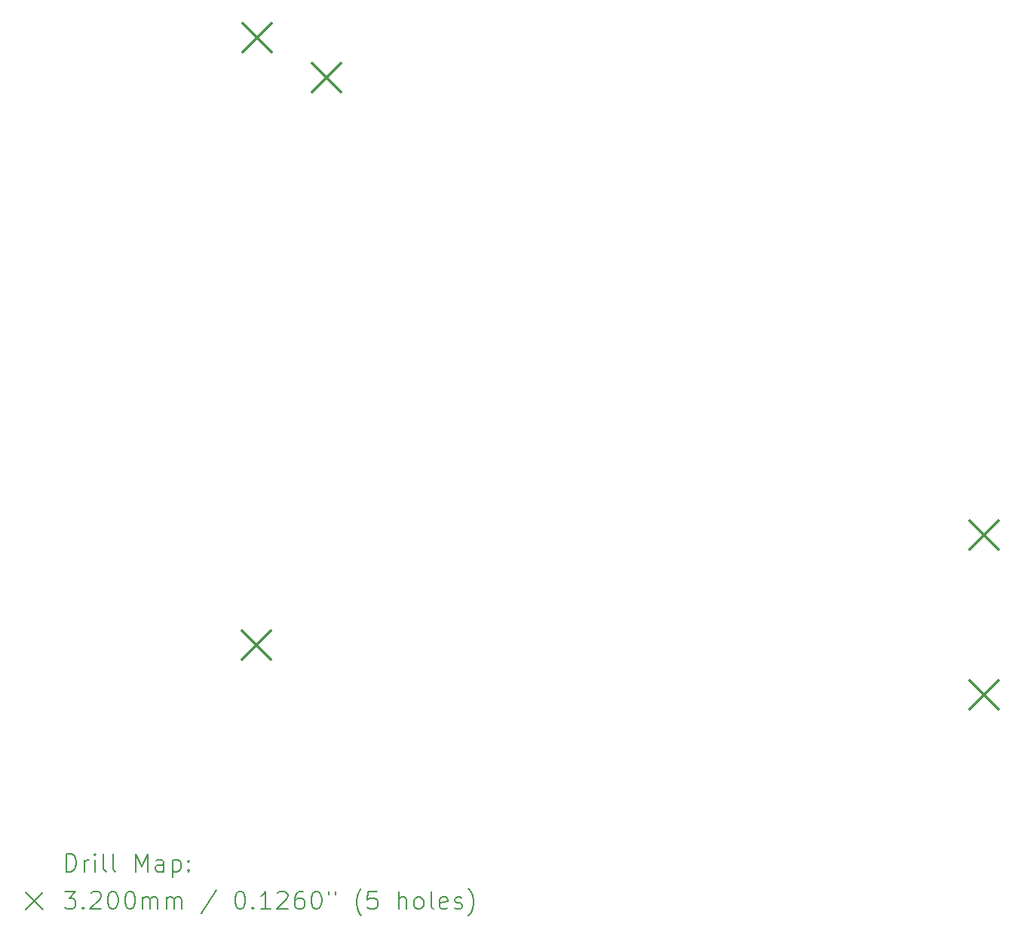
<source format=gbr>
%TF.GenerationSoftware,KiCad,Pcbnew,7.0.9*%
%TF.CreationDate,2024-01-28T09:25:04+00:00*%
%TF.ProjectId,main_PCB_v1,6d61696e-5f50-4434-925f-76312e6b6963,rev?*%
%TF.SameCoordinates,Original*%
%TF.FileFunction,Drillmap*%
%TF.FilePolarity,Positive*%
%FSLAX45Y45*%
G04 Gerber Fmt 4.5, Leading zero omitted, Abs format (unit mm)*
G04 Created by KiCad (PCBNEW 7.0.9) date 2024-01-28 09:25:04*
%MOMM*%
%LPD*%
G01*
G04 APERTURE LIST*
%ADD10C,0.200000*%
%ADD11C,0.320000*%
G04 APERTURE END LIST*
D10*
D11*
X11764965Y-12402955D02*
X12084965Y-12722955D01*
X12084965Y-12402955D02*
X11764965Y-12722955D01*
X11774665Y-5575755D02*
X12094665Y-5895755D01*
X12094665Y-5575755D02*
X11774665Y-5895755D01*
X12554065Y-6025755D02*
X12874065Y-6345755D01*
X12874065Y-6025755D02*
X12554065Y-6345755D01*
X19939165Y-11162055D02*
X20259165Y-11482055D01*
X20259165Y-11162055D02*
X19939165Y-11482055D01*
X19939165Y-12962055D02*
X20259165Y-13282055D01*
X20259165Y-12962055D02*
X19939165Y-13282055D01*
D10*
X9792409Y-15105566D02*
X9792409Y-14905566D01*
X9792409Y-14905566D02*
X9840028Y-14905566D01*
X9840028Y-14905566D02*
X9868599Y-14915090D01*
X9868599Y-14915090D02*
X9887647Y-14934138D01*
X9887647Y-14934138D02*
X9897171Y-14953185D01*
X9897171Y-14953185D02*
X9906694Y-14991281D01*
X9906694Y-14991281D02*
X9906694Y-15019852D01*
X9906694Y-15019852D02*
X9897171Y-15057947D01*
X9897171Y-15057947D02*
X9887647Y-15076995D01*
X9887647Y-15076995D02*
X9868599Y-15096043D01*
X9868599Y-15096043D02*
X9840028Y-15105566D01*
X9840028Y-15105566D02*
X9792409Y-15105566D01*
X9992409Y-15105566D02*
X9992409Y-14972233D01*
X9992409Y-15010328D02*
X10001933Y-14991281D01*
X10001933Y-14991281D02*
X10011456Y-14981757D01*
X10011456Y-14981757D02*
X10030504Y-14972233D01*
X10030504Y-14972233D02*
X10049552Y-14972233D01*
X10116218Y-15105566D02*
X10116218Y-14972233D01*
X10116218Y-14905566D02*
X10106694Y-14915090D01*
X10106694Y-14915090D02*
X10116218Y-14924614D01*
X10116218Y-14924614D02*
X10125742Y-14915090D01*
X10125742Y-14915090D02*
X10116218Y-14905566D01*
X10116218Y-14905566D02*
X10116218Y-14924614D01*
X10240028Y-15105566D02*
X10220980Y-15096043D01*
X10220980Y-15096043D02*
X10211456Y-15076995D01*
X10211456Y-15076995D02*
X10211456Y-14905566D01*
X10344790Y-15105566D02*
X10325742Y-15096043D01*
X10325742Y-15096043D02*
X10316218Y-15076995D01*
X10316218Y-15076995D02*
X10316218Y-14905566D01*
X10573361Y-15105566D02*
X10573361Y-14905566D01*
X10573361Y-14905566D02*
X10640028Y-15048423D01*
X10640028Y-15048423D02*
X10706694Y-14905566D01*
X10706694Y-14905566D02*
X10706694Y-15105566D01*
X10887647Y-15105566D02*
X10887647Y-15000804D01*
X10887647Y-15000804D02*
X10878123Y-14981757D01*
X10878123Y-14981757D02*
X10859075Y-14972233D01*
X10859075Y-14972233D02*
X10820980Y-14972233D01*
X10820980Y-14972233D02*
X10801933Y-14981757D01*
X10887647Y-15096043D02*
X10868599Y-15105566D01*
X10868599Y-15105566D02*
X10820980Y-15105566D01*
X10820980Y-15105566D02*
X10801933Y-15096043D01*
X10801933Y-15096043D02*
X10792409Y-15076995D01*
X10792409Y-15076995D02*
X10792409Y-15057947D01*
X10792409Y-15057947D02*
X10801933Y-15038900D01*
X10801933Y-15038900D02*
X10820980Y-15029376D01*
X10820980Y-15029376D02*
X10868599Y-15029376D01*
X10868599Y-15029376D02*
X10887647Y-15019852D01*
X10982885Y-14972233D02*
X10982885Y-15172233D01*
X10982885Y-14981757D02*
X11001933Y-14972233D01*
X11001933Y-14972233D02*
X11040028Y-14972233D01*
X11040028Y-14972233D02*
X11059075Y-14981757D01*
X11059075Y-14981757D02*
X11068599Y-14991281D01*
X11068599Y-14991281D02*
X11078123Y-15010328D01*
X11078123Y-15010328D02*
X11078123Y-15067471D01*
X11078123Y-15067471D02*
X11068599Y-15086519D01*
X11068599Y-15086519D02*
X11059075Y-15096043D01*
X11059075Y-15096043D02*
X11040028Y-15105566D01*
X11040028Y-15105566D02*
X11001933Y-15105566D01*
X11001933Y-15105566D02*
X10982885Y-15096043D01*
X11163837Y-15086519D02*
X11173361Y-15096043D01*
X11173361Y-15096043D02*
X11163837Y-15105566D01*
X11163837Y-15105566D02*
X11154314Y-15096043D01*
X11154314Y-15096043D02*
X11163837Y-15086519D01*
X11163837Y-15086519D02*
X11163837Y-15105566D01*
X11163837Y-14981757D02*
X11173361Y-14991281D01*
X11173361Y-14991281D02*
X11163837Y-15000804D01*
X11163837Y-15000804D02*
X11154314Y-14991281D01*
X11154314Y-14991281D02*
X11163837Y-14981757D01*
X11163837Y-14981757D02*
X11163837Y-15000804D01*
X9331632Y-15334083D02*
X9531632Y-15534083D01*
X9531632Y-15334083D02*
X9331632Y-15534083D01*
X9773361Y-15325566D02*
X9897171Y-15325566D01*
X9897171Y-15325566D02*
X9830504Y-15401757D01*
X9830504Y-15401757D02*
X9859075Y-15401757D01*
X9859075Y-15401757D02*
X9878123Y-15411281D01*
X9878123Y-15411281D02*
X9887647Y-15420804D01*
X9887647Y-15420804D02*
X9897171Y-15439852D01*
X9897171Y-15439852D02*
X9897171Y-15487471D01*
X9897171Y-15487471D02*
X9887647Y-15506519D01*
X9887647Y-15506519D02*
X9878123Y-15516043D01*
X9878123Y-15516043D02*
X9859075Y-15525566D01*
X9859075Y-15525566D02*
X9801933Y-15525566D01*
X9801933Y-15525566D02*
X9782885Y-15516043D01*
X9782885Y-15516043D02*
X9773361Y-15506519D01*
X9982885Y-15506519D02*
X9992409Y-15516043D01*
X9992409Y-15516043D02*
X9982885Y-15525566D01*
X9982885Y-15525566D02*
X9973361Y-15516043D01*
X9973361Y-15516043D02*
X9982885Y-15506519D01*
X9982885Y-15506519D02*
X9982885Y-15525566D01*
X10068599Y-15344614D02*
X10078123Y-15335090D01*
X10078123Y-15335090D02*
X10097171Y-15325566D01*
X10097171Y-15325566D02*
X10144790Y-15325566D01*
X10144790Y-15325566D02*
X10163837Y-15335090D01*
X10163837Y-15335090D02*
X10173361Y-15344614D01*
X10173361Y-15344614D02*
X10182885Y-15363662D01*
X10182885Y-15363662D02*
X10182885Y-15382709D01*
X10182885Y-15382709D02*
X10173361Y-15411281D01*
X10173361Y-15411281D02*
X10059075Y-15525566D01*
X10059075Y-15525566D02*
X10182885Y-15525566D01*
X10306694Y-15325566D02*
X10325742Y-15325566D01*
X10325742Y-15325566D02*
X10344790Y-15335090D01*
X10344790Y-15335090D02*
X10354314Y-15344614D01*
X10354314Y-15344614D02*
X10363837Y-15363662D01*
X10363837Y-15363662D02*
X10373361Y-15401757D01*
X10373361Y-15401757D02*
X10373361Y-15449376D01*
X10373361Y-15449376D02*
X10363837Y-15487471D01*
X10363837Y-15487471D02*
X10354314Y-15506519D01*
X10354314Y-15506519D02*
X10344790Y-15516043D01*
X10344790Y-15516043D02*
X10325742Y-15525566D01*
X10325742Y-15525566D02*
X10306694Y-15525566D01*
X10306694Y-15525566D02*
X10287647Y-15516043D01*
X10287647Y-15516043D02*
X10278123Y-15506519D01*
X10278123Y-15506519D02*
X10268599Y-15487471D01*
X10268599Y-15487471D02*
X10259075Y-15449376D01*
X10259075Y-15449376D02*
X10259075Y-15401757D01*
X10259075Y-15401757D02*
X10268599Y-15363662D01*
X10268599Y-15363662D02*
X10278123Y-15344614D01*
X10278123Y-15344614D02*
X10287647Y-15335090D01*
X10287647Y-15335090D02*
X10306694Y-15325566D01*
X10497171Y-15325566D02*
X10516218Y-15325566D01*
X10516218Y-15325566D02*
X10535266Y-15335090D01*
X10535266Y-15335090D02*
X10544790Y-15344614D01*
X10544790Y-15344614D02*
X10554314Y-15363662D01*
X10554314Y-15363662D02*
X10563837Y-15401757D01*
X10563837Y-15401757D02*
X10563837Y-15449376D01*
X10563837Y-15449376D02*
X10554314Y-15487471D01*
X10554314Y-15487471D02*
X10544790Y-15506519D01*
X10544790Y-15506519D02*
X10535266Y-15516043D01*
X10535266Y-15516043D02*
X10516218Y-15525566D01*
X10516218Y-15525566D02*
X10497171Y-15525566D01*
X10497171Y-15525566D02*
X10478123Y-15516043D01*
X10478123Y-15516043D02*
X10468599Y-15506519D01*
X10468599Y-15506519D02*
X10459075Y-15487471D01*
X10459075Y-15487471D02*
X10449552Y-15449376D01*
X10449552Y-15449376D02*
X10449552Y-15401757D01*
X10449552Y-15401757D02*
X10459075Y-15363662D01*
X10459075Y-15363662D02*
X10468599Y-15344614D01*
X10468599Y-15344614D02*
X10478123Y-15335090D01*
X10478123Y-15335090D02*
X10497171Y-15325566D01*
X10649552Y-15525566D02*
X10649552Y-15392233D01*
X10649552Y-15411281D02*
X10659075Y-15401757D01*
X10659075Y-15401757D02*
X10678123Y-15392233D01*
X10678123Y-15392233D02*
X10706695Y-15392233D01*
X10706695Y-15392233D02*
X10725742Y-15401757D01*
X10725742Y-15401757D02*
X10735266Y-15420804D01*
X10735266Y-15420804D02*
X10735266Y-15525566D01*
X10735266Y-15420804D02*
X10744790Y-15401757D01*
X10744790Y-15401757D02*
X10763837Y-15392233D01*
X10763837Y-15392233D02*
X10792409Y-15392233D01*
X10792409Y-15392233D02*
X10811456Y-15401757D01*
X10811456Y-15401757D02*
X10820980Y-15420804D01*
X10820980Y-15420804D02*
X10820980Y-15525566D01*
X10916218Y-15525566D02*
X10916218Y-15392233D01*
X10916218Y-15411281D02*
X10925742Y-15401757D01*
X10925742Y-15401757D02*
X10944790Y-15392233D01*
X10944790Y-15392233D02*
X10973361Y-15392233D01*
X10973361Y-15392233D02*
X10992409Y-15401757D01*
X10992409Y-15401757D02*
X11001933Y-15420804D01*
X11001933Y-15420804D02*
X11001933Y-15525566D01*
X11001933Y-15420804D02*
X11011456Y-15401757D01*
X11011456Y-15401757D02*
X11030504Y-15392233D01*
X11030504Y-15392233D02*
X11059075Y-15392233D01*
X11059075Y-15392233D02*
X11078123Y-15401757D01*
X11078123Y-15401757D02*
X11087647Y-15420804D01*
X11087647Y-15420804D02*
X11087647Y-15525566D01*
X11478123Y-15316043D02*
X11306695Y-15573185D01*
X11735266Y-15325566D02*
X11754314Y-15325566D01*
X11754314Y-15325566D02*
X11773361Y-15335090D01*
X11773361Y-15335090D02*
X11782885Y-15344614D01*
X11782885Y-15344614D02*
X11792409Y-15363662D01*
X11792409Y-15363662D02*
X11801933Y-15401757D01*
X11801933Y-15401757D02*
X11801933Y-15449376D01*
X11801933Y-15449376D02*
X11792409Y-15487471D01*
X11792409Y-15487471D02*
X11782885Y-15506519D01*
X11782885Y-15506519D02*
X11773361Y-15516043D01*
X11773361Y-15516043D02*
X11754314Y-15525566D01*
X11754314Y-15525566D02*
X11735266Y-15525566D01*
X11735266Y-15525566D02*
X11716218Y-15516043D01*
X11716218Y-15516043D02*
X11706695Y-15506519D01*
X11706695Y-15506519D02*
X11697171Y-15487471D01*
X11697171Y-15487471D02*
X11687647Y-15449376D01*
X11687647Y-15449376D02*
X11687647Y-15401757D01*
X11687647Y-15401757D02*
X11697171Y-15363662D01*
X11697171Y-15363662D02*
X11706695Y-15344614D01*
X11706695Y-15344614D02*
X11716218Y-15335090D01*
X11716218Y-15335090D02*
X11735266Y-15325566D01*
X11887647Y-15506519D02*
X11897171Y-15516043D01*
X11897171Y-15516043D02*
X11887647Y-15525566D01*
X11887647Y-15525566D02*
X11878123Y-15516043D01*
X11878123Y-15516043D02*
X11887647Y-15506519D01*
X11887647Y-15506519D02*
X11887647Y-15525566D01*
X12087647Y-15525566D02*
X11973361Y-15525566D01*
X12030504Y-15525566D02*
X12030504Y-15325566D01*
X12030504Y-15325566D02*
X12011456Y-15354138D01*
X12011456Y-15354138D02*
X11992409Y-15373185D01*
X11992409Y-15373185D02*
X11973361Y-15382709D01*
X12163837Y-15344614D02*
X12173361Y-15335090D01*
X12173361Y-15335090D02*
X12192409Y-15325566D01*
X12192409Y-15325566D02*
X12240028Y-15325566D01*
X12240028Y-15325566D02*
X12259076Y-15335090D01*
X12259076Y-15335090D02*
X12268599Y-15344614D01*
X12268599Y-15344614D02*
X12278123Y-15363662D01*
X12278123Y-15363662D02*
X12278123Y-15382709D01*
X12278123Y-15382709D02*
X12268599Y-15411281D01*
X12268599Y-15411281D02*
X12154314Y-15525566D01*
X12154314Y-15525566D02*
X12278123Y-15525566D01*
X12449552Y-15325566D02*
X12411456Y-15325566D01*
X12411456Y-15325566D02*
X12392409Y-15335090D01*
X12392409Y-15335090D02*
X12382885Y-15344614D01*
X12382885Y-15344614D02*
X12363837Y-15373185D01*
X12363837Y-15373185D02*
X12354314Y-15411281D01*
X12354314Y-15411281D02*
X12354314Y-15487471D01*
X12354314Y-15487471D02*
X12363837Y-15506519D01*
X12363837Y-15506519D02*
X12373361Y-15516043D01*
X12373361Y-15516043D02*
X12392409Y-15525566D01*
X12392409Y-15525566D02*
X12430504Y-15525566D01*
X12430504Y-15525566D02*
X12449552Y-15516043D01*
X12449552Y-15516043D02*
X12459076Y-15506519D01*
X12459076Y-15506519D02*
X12468599Y-15487471D01*
X12468599Y-15487471D02*
X12468599Y-15439852D01*
X12468599Y-15439852D02*
X12459076Y-15420804D01*
X12459076Y-15420804D02*
X12449552Y-15411281D01*
X12449552Y-15411281D02*
X12430504Y-15401757D01*
X12430504Y-15401757D02*
X12392409Y-15401757D01*
X12392409Y-15401757D02*
X12373361Y-15411281D01*
X12373361Y-15411281D02*
X12363837Y-15420804D01*
X12363837Y-15420804D02*
X12354314Y-15439852D01*
X12592409Y-15325566D02*
X12611457Y-15325566D01*
X12611457Y-15325566D02*
X12630504Y-15335090D01*
X12630504Y-15335090D02*
X12640028Y-15344614D01*
X12640028Y-15344614D02*
X12649552Y-15363662D01*
X12649552Y-15363662D02*
X12659076Y-15401757D01*
X12659076Y-15401757D02*
X12659076Y-15449376D01*
X12659076Y-15449376D02*
X12649552Y-15487471D01*
X12649552Y-15487471D02*
X12640028Y-15506519D01*
X12640028Y-15506519D02*
X12630504Y-15516043D01*
X12630504Y-15516043D02*
X12611457Y-15525566D01*
X12611457Y-15525566D02*
X12592409Y-15525566D01*
X12592409Y-15525566D02*
X12573361Y-15516043D01*
X12573361Y-15516043D02*
X12563837Y-15506519D01*
X12563837Y-15506519D02*
X12554314Y-15487471D01*
X12554314Y-15487471D02*
X12544790Y-15449376D01*
X12544790Y-15449376D02*
X12544790Y-15401757D01*
X12544790Y-15401757D02*
X12554314Y-15363662D01*
X12554314Y-15363662D02*
X12563837Y-15344614D01*
X12563837Y-15344614D02*
X12573361Y-15335090D01*
X12573361Y-15335090D02*
X12592409Y-15325566D01*
X12735266Y-15325566D02*
X12735266Y-15363662D01*
X12811457Y-15325566D02*
X12811457Y-15363662D01*
X13106695Y-15601757D02*
X13097171Y-15592233D01*
X13097171Y-15592233D02*
X13078123Y-15563662D01*
X13078123Y-15563662D02*
X13068599Y-15544614D01*
X13068599Y-15544614D02*
X13059076Y-15516043D01*
X13059076Y-15516043D02*
X13049552Y-15468423D01*
X13049552Y-15468423D02*
X13049552Y-15430328D01*
X13049552Y-15430328D02*
X13059076Y-15382709D01*
X13059076Y-15382709D02*
X13068599Y-15354138D01*
X13068599Y-15354138D02*
X13078123Y-15335090D01*
X13078123Y-15335090D02*
X13097171Y-15306519D01*
X13097171Y-15306519D02*
X13106695Y-15296995D01*
X13278123Y-15325566D02*
X13182885Y-15325566D01*
X13182885Y-15325566D02*
X13173361Y-15420804D01*
X13173361Y-15420804D02*
X13182885Y-15411281D01*
X13182885Y-15411281D02*
X13201933Y-15401757D01*
X13201933Y-15401757D02*
X13249552Y-15401757D01*
X13249552Y-15401757D02*
X13268599Y-15411281D01*
X13268599Y-15411281D02*
X13278123Y-15420804D01*
X13278123Y-15420804D02*
X13287647Y-15439852D01*
X13287647Y-15439852D02*
X13287647Y-15487471D01*
X13287647Y-15487471D02*
X13278123Y-15506519D01*
X13278123Y-15506519D02*
X13268599Y-15516043D01*
X13268599Y-15516043D02*
X13249552Y-15525566D01*
X13249552Y-15525566D02*
X13201933Y-15525566D01*
X13201933Y-15525566D02*
X13182885Y-15516043D01*
X13182885Y-15516043D02*
X13173361Y-15506519D01*
X13525742Y-15525566D02*
X13525742Y-15325566D01*
X13611457Y-15525566D02*
X13611457Y-15420804D01*
X13611457Y-15420804D02*
X13601933Y-15401757D01*
X13601933Y-15401757D02*
X13582885Y-15392233D01*
X13582885Y-15392233D02*
X13554314Y-15392233D01*
X13554314Y-15392233D02*
X13535266Y-15401757D01*
X13535266Y-15401757D02*
X13525742Y-15411281D01*
X13735266Y-15525566D02*
X13716219Y-15516043D01*
X13716219Y-15516043D02*
X13706695Y-15506519D01*
X13706695Y-15506519D02*
X13697171Y-15487471D01*
X13697171Y-15487471D02*
X13697171Y-15430328D01*
X13697171Y-15430328D02*
X13706695Y-15411281D01*
X13706695Y-15411281D02*
X13716219Y-15401757D01*
X13716219Y-15401757D02*
X13735266Y-15392233D01*
X13735266Y-15392233D02*
X13763838Y-15392233D01*
X13763838Y-15392233D02*
X13782885Y-15401757D01*
X13782885Y-15401757D02*
X13792409Y-15411281D01*
X13792409Y-15411281D02*
X13801933Y-15430328D01*
X13801933Y-15430328D02*
X13801933Y-15487471D01*
X13801933Y-15487471D02*
X13792409Y-15506519D01*
X13792409Y-15506519D02*
X13782885Y-15516043D01*
X13782885Y-15516043D02*
X13763838Y-15525566D01*
X13763838Y-15525566D02*
X13735266Y-15525566D01*
X13916219Y-15525566D02*
X13897171Y-15516043D01*
X13897171Y-15516043D02*
X13887647Y-15496995D01*
X13887647Y-15496995D02*
X13887647Y-15325566D01*
X14068600Y-15516043D02*
X14049552Y-15525566D01*
X14049552Y-15525566D02*
X14011457Y-15525566D01*
X14011457Y-15525566D02*
X13992409Y-15516043D01*
X13992409Y-15516043D02*
X13982885Y-15496995D01*
X13982885Y-15496995D02*
X13982885Y-15420804D01*
X13982885Y-15420804D02*
X13992409Y-15401757D01*
X13992409Y-15401757D02*
X14011457Y-15392233D01*
X14011457Y-15392233D02*
X14049552Y-15392233D01*
X14049552Y-15392233D02*
X14068600Y-15401757D01*
X14068600Y-15401757D02*
X14078123Y-15420804D01*
X14078123Y-15420804D02*
X14078123Y-15439852D01*
X14078123Y-15439852D02*
X13982885Y-15458900D01*
X14154314Y-15516043D02*
X14173361Y-15525566D01*
X14173361Y-15525566D02*
X14211457Y-15525566D01*
X14211457Y-15525566D02*
X14230504Y-15516043D01*
X14230504Y-15516043D02*
X14240028Y-15496995D01*
X14240028Y-15496995D02*
X14240028Y-15487471D01*
X14240028Y-15487471D02*
X14230504Y-15468423D01*
X14230504Y-15468423D02*
X14211457Y-15458900D01*
X14211457Y-15458900D02*
X14182885Y-15458900D01*
X14182885Y-15458900D02*
X14163838Y-15449376D01*
X14163838Y-15449376D02*
X14154314Y-15430328D01*
X14154314Y-15430328D02*
X14154314Y-15420804D01*
X14154314Y-15420804D02*
X14163838Y-15401757D01*
X14163838Y-15401757D02*
X14182885Y-15392233D01*
X14182885Y-15392233D02*
X14211457Y-15392233D01*
X14211457Y-15392233D02*
X14230504Y-15401757D01*
X14306695Y-15601757D02*
X14316219Y-15592233D01*
X14316219Y-15592233D02*
X14335266Y-15563662D01*
X14335266Y-15563662D02*
X14344790Y-15544614D01*
X14344790Y-15544614D02*
X14354314Y-15516043D01*
X14354314Y-15516043D02*
X14363838Y-15468423D01*
X14363838Y-15468423D02*
X14363838Y-15430328D01*
X14363838Y-15430328D02*
X14354314Y-15382709D01*
X14354314Y-15382709D02*
X14344790Y-15354138D01*
X14344790Y-15354138D02*
X14335266Y-15335090D01*
X14335266Y-15335090D02*
X14316219Y-15306519D01*
X14316219Y-15306519D02*
X14306695Y-15296995D01*
M02*

</source>
